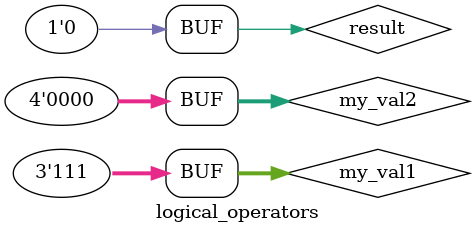
<source format=v>
module logical_operators();
reg [2:0] my_val1 = 3'b111; // 3bit variable
reg [3:0] my_val2 = 4'b0000; // 4bit variable
reg result; // 1bit variable
// Procedure used to continuously monitor 'my_val1', 'my_val2', and 'result'
    always @(my_val1, my_val2, result) begin
        $display("dis my_val1=%b, my_val2=%b, result=%b", my_val1, my_val2, result);
    end
initial begin
// $monitor("MON my_val1=%b, my_val2=%b, result=%b", my_val1, my_val2, result);
end
// Procedure used to generate stimulus
initial begin
result = !my_val1; // Logical NOT
#1; // wait some time between examples
result = !my_val2; // Logical NOT
#1;
result = my_val1 && my_val2; // Logical AND
#1;
result = my_val1 || my_val2;
#1;

// $display("Here\n");

my_val1 = 3'b00x; // Add some unknown bits
result = !my_val1;

// $display("Here\n");
#1;
result = my_val1 || my_val2;
#1;
result = my_val1 && my_val2;


// Change the values of my_val1/2 and perform some logical operations
// Ex: my_val2 = 4'b0101
// result = my_val1 && my_val2
// $display("MON my_val1=%b, my_val2=%b, result=%b", my_val1, my_val2, result);
end
endmodule
</source>
